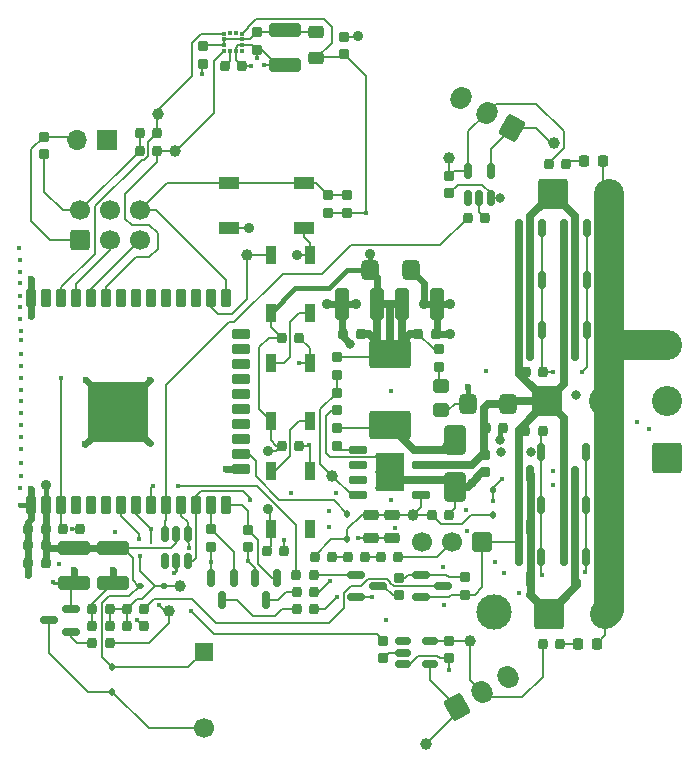
<source format=gbr>
%TF.GenerationSoftware,KiCad,Pcbnew,9.0.0-rc1*%
%TF.CreationDate,2025-03-26T15:14:04+01:00*%
%TF.ProjectId,Robobuoy-Sub-Round-v2_0,526f626f-6275-46f7-992d-5375622d526f,2.0*%
%TF.SameCoordinates,Original*%
%TF.FileFunction,Copper,L1,Top*%
%TF.FilePolarity,Positive*%
%FSLAX46Y46*%
G04 Gerber Fmt 4.6, Leading zero omitted, Abs format (unit mm)*
G04 Created by KiCad (PCBNEW 9.0.0-rc1) date 2025-03-26 15:14:04*
%MOMM*%
%LPD*%
G01*
G04 APERTURE LIST*
G04 Aperture macros list*
%AMRoundRect*
0 Rectangle with rounded corners*
0 $1 Rounding radius*
0 $2 $3 $4 $5 $6 $7 $8 $9 X,Y pos of 4 corners*
0 Add a 4 corners polygon primitive as box body*
4,1,4,$2,$3,$4,$5,$6,$7,$8,$9,$2,$3,0*
0 Add four circle primitives for the rounded corners*
1,1,$1+$1,$2,$3*
1,1,$1+$1,$4,$5*
1,1,$1+$1,$6,$7*
1,1,$1+$1,$8,$9*
0 Add four rect primitives between the rounded corners*
20,1,$1+$1,$2,$3,$4,$5,0*
20,1,$1+$1,$4,$5,$6,$7,0*
20,1,$1+$1,$6,$7,$8,$9,0*
20,1,$1+$1,$8,$9,$2,$3,0*%
%AMHorizOval*
0 Thick line with rounded ends*
0 $1 width*
0 $2 $3 position (X,Y) of the first rounded end (center of the circle)*
0 $4 $5 position (X,Y) of the second rounded end (center of the circle)*
0 Add line between two ends*
20,1,$1,$2,$3,$4,$5,0*
0 Add two circle primitives to create the rounded ends*
1,1,$1,$2,$3*
1,1,$1,$4,$5*%
G04 Aperture macros list end*
%TA.AperFunction,SMDPad,CuDef*%
%ADD10RoundRect,0.150000X-0.150000X0.587500X-0.150000X-0.587500X0.150000X-0.587500X0.150000X0.587500X0*%
%TD*%
%TA.AperFunction,SMDPad,CuDef*%
%ADD11C,1.000000*%
%TD*%
%TA.AperFunction,SMDPad,CuDef*%
%ADD12RoundRect,0.200000X-0.250000X0.200000X-0.250000X-0.200000X0.250000X-0.200000X0.250000X0.200000X0*%
%TD*%
%TA.AperFunction,SMDPad,CuDef*%
%ADD13RoundRect,0.200000X-0.200000X-0.250000X0.200000X-0.250000X0.200000X0.250000X-0.200000X0.250000X0*%
%TD*%
%TA.AperFunction,SMDPad,CuDef*%
%ADD14RoundRect,0.112500X0.112500X-0.187500X0.112500X0.187500X-0.112500X0.187500X-0.112500X-0.187500X0*%
%TD*%
%TA.AperFunction,SMDPad,CuDef*%
%ADD15RoundRect,0.112500X-0.187500X-0.112500X0.187500X-0.112500X0.187500X0.112500X-0.187500X0.112500X0*%
%TD*%
%TA.AperFunction,ComponentPad*%
%ADD16R,1.700000X1.700000*%
%TD*%
%TA.AperFunction,ComponentPad*%
%ADD17O,1.700000X1.700000*%
%TD*%
%TA.AperFunction,SMDPad,CuDef*%
%ADD18RoundRect,0.090000X0.360000X-0.660000X0.360000X0.660000X-0.360000X0.660000X-0.360000X-0.660000X0*%
%TD*%
%TA.AperFunction,ComponentPad*%
%ADD19RoundRect,0.249999X-1.025001X-1.025001X1.025001X-1.025001X1.025001X1.025001X-1.025001X1.025001X0*%
%TD*%
%TA.AperFunction,ComponentPad*%
%ADD20C,2.550000*%
%TD*%
%TA.AperFunction,SMDPad,CuDef*%
%ADD21RoundRect,0.250000X-1.100000X0.325000X-1.100000X-0.325000X1.100000X-0.325000X1.100000X0.325000X0*%
%TD*%
%TA.AperFunction,SMDPad,CuDef*%
%ADD22RoundRect,0.250000X-0.650000X1.000000X-0.650000X-1.000000X0.650000X-1.000000X0.650000X1.000000X0*%
%TD*%
%TA.AperFunction,SMDPad,CuDef*%
%ADD23RoundRect,0.200000X0.250000X-0.200000X0.250000X0.200000X-0.250000X0.200000X-0.250000X-0.200000X0*%
%TD*%
%TA.AperFunction,SMDPad,CuDef*%
%ADD24R,0.375000X0.350000*%
%TD*%
%TA.AperFunction,SMDPad,CuDef*%
%ADD25R,0.350000X0.375000*%
%TD*%
%TA.AperFunction,SMDPad,CuDef*%
%ADD26RoundRect,0.200000X0.200000X0.250000X-0.200000X0.250000X-0.200000X-0.250000X0.200000X-0.250000X0*%
%TD*%
%TA.AperFunction,SMDPad,CuDef*%
%ADD27RoundRect,0.150000X0.587500X0.150000X-0.587500X0.150000X-0.587500X-0.150000X0.587500X-0.150000X0*%
%TD*%
%TA.AperFunction,SMDPad,CuDef*%
%ADD28RoundRect,0.275000X0.375000X-0.275000X0.375000X0.275000X-0.375000X0.275000X-0.375000X-0.275000X0*%
%TD*%
%TA.AperFunction,SMDPad,CuDef*%
%ADD29RoundRect,0.300000X0.400000X-0.300000X0.400000X0.300000X-0.400000X0.300000X-0.400000X-0.300000X0*%
%TD*%
%TA.AperFunction,SMDPad,CuDef*%
%ADD30RoundRect,0.250000X-0.325000X-1.100000X0.325000X-1.100000X0.325000X1.100000X-0.325000X1.100000X0*%
%TD*%
%TA.AperFunction,SMDPad,CuDef*%
%ADD31RoundRect,0.225000X-0.425000X0.225000X-0.425000X-0.225000X0.425000X-0.225000X0.425000X0.225000X0*%
%TD*%
%TA.AperFunction,ComponentPad*%
%ADD32RoundRect,0.206250X0.618750X0.618750X-0.618750X0.618750X-0.618750X-0.618750X0.618750X-0.618750X0*%
%TD*%
%TA.AperFunction,ComponentPad*%
%ADD33C,1.700000*%
%TD*%
%TA.AperFunction,SMDPad,CuDef*%
%ADD34RoundRect,0.218750X0.218750X0.256250X-0.218750X0.256250X-0.218750X-0.256250X0.218750X-0.256250X0*%
%TD*%
%TA.AperFunction,ComponentPad*%
%ADD35R,1.650000X1.650000*%
%TD*%
%TA.AperFunction,SMDPad,CuDef*%
%ADD36RoundRect,0.230769X1.519231X-0.969231X1.519231X0.969231X-1.519231X0.969231X-1.519231X-0.969231X0*%
%TD*%
%TA.AperFunction,SMDPad,CuDef*%
%ADD37RoundRect,0.150000X0.150000X-0.512500X0.150000X0.512500X-0.150000X0.512500X-0.150000X-0.512500X0*%
%TD*%
%TA.AperFunction,SMDPad,CuDef*%
%ADD38RoundRect,0.112500X-0.112500X0.187500X-0.112500X-0.187500X0.112500X-0.187500X0.112500X0.187500X0*%
%TD*%
%TA.AperFunction,ComponentPad*%
%ADD39C,3.000000*%
%TD*%
%TA.AperFunction,ComponentPad*%
%ADD40RoundRect,0.249999X1.025001X-1.025001X1.025001X1.025001X-1.025001X1.025001X-1.025001X-1.025001X0*%
%TD*%
%TA.AperFunction,SMDPad,CuDef*%
%ADD41RoundRect,0.150000X-0.587500X-0.150000X0.587500X-0.150000X0.587500X0.150000X-0.587500X0.150000X0*%
%TD*%
%TA.AperFunction,SMDPad,CuDef*%
%ADD42RoundRect,0.225000X0.225000X-0.525000X0.225000X0.525000X-0.225000X0.525000X-0.225000X-0.525000X0*%
%TD*%
%TA.AperFunction,SMDPad,CuDef*%
%ADD43RoundRect,0.225000X0.525000X0.225000X-0.525000X0.225000X-0.525000X-0.225000X0.525000X-0.225000X0*%
%TD*%
%TA.AperFunction,SMDPad,CuDef*%
%ADD44RoundRect,0.250000X2.250000X-2.250000X2.250000X2.250000X-2.250000X2.250000X-2.250000X-2.250000X0*%
%TD*%
%TA.AperFunction,SMDPad,CuDef*%
%ADD45RoundRect,0.375000X-0.375000X-0.475000X0.375000X-0.475000X0.375000X0.475000X-0.375000X0.475000X0*%
%TD*%
%TA.AperFunction,SMDPad,CuDef*%
%ADD46RoundRect,0.150000X-0.512500X-0.150000X0.512500X-0.150000X0.512500X0.150000X-0.512500X0.150000X0*%
%TD*%
%TA.AperFunction,SMDPad,CuDef*%
%ADD47RoundRect,0.150000X-0.650000X-0.150000X0.650000X-0.150000X0.650000X0.150000X-0.650000X0.150000X0*%
%TD*%
%TA.AperFunction,HeatsinkPad*%
%ADD48C,0.500000*%
%TD*%
%TA.AperFunction,HeatsinkPad*%
%ADD49R,2.400000X3.200000*%
%TD*%
%TA.AperFunction,SMDPad,CuDef*%
%ADD50RoundRect,0.375000X0.375000X0.475000X-0.375000X0.475000X-0.375000X-0.475000X0.375000X-0.475000X0*%
%TD*%
%TA.AperFunction,ComponentPad*%
%ADD51RoundRect,0.250000X-0.157115X-0.927868X0.882115X-0.327868X0.157115X0.927868X-0.882115X0.327868X0*%
%TD*%
%TA.AperFunction,ComponentPad*%
%ADD52HorizOval,1.700000X-0.062500X0.108253X0.062500X-0.108253X0*%
%TD*%
%TA.AperFunction,SMDPad,CuDef*%
%ADD53RoundRect,0.250000X0.325000X1.100000X-0.325000X1.100000X-0.325000X-1.100000X0.325000X-1.100000X0*%
%TD*%
%TA.AperFunction,ComponentPad*%
%ADD54RoundRect,0.250000X0.882115X0.327868X-0.157115X0.927868X-0.882115X-0.327868X0.157115X-0.927868X0*%
%TD*%
%TA.AperFunction,ComponentPad*%
%ADD55HorizOval,1.700000X0.062500X0.108253X-0.062500X-0.108253X0*%
%TD*%
%TA.AperFunction,SMDPad,CuDef*%
%ADD56R,1.700000X1.000000*%
%TD*%
%TA.AperFunction,ComponentPad*%
%ADD57RoundRect,0.250000X0.600000X-0.600000X0.600000X0.600000X-0.600000X0.600000X-0.600000X-0.600000X0*%
%TD*%
%TA.AperFunction,ViaPad*%
%ADD58C,0.900000*%
%TD*%
%TA.AperFunction,ViaPad*%
%ADD59C,0.450000*%
%TD*%
%TA.AperFunction,ViaPad*%
%ADD60C,0.600000*%
%TD*%
%TA.AperFunction,ViaPad*%
%ADD61C,0.800000*%
%TD*%
%TA.AperFunction,Conductor*%
%ADD62C,0.700000*%
%TD*%
%TA.AperFunction,Conductor*%
%ADD63C,0.200000*%
%TD*%
%TA.AperFunction,Conductor*%
%ADD64C,0.600000*%
%TD*%
%TA.AperFunction,Conductor*%
%ADD65C,0.400000*%
%TD*%
%TA.AperFunction,Conductor*%
%ADD66C,2.500000*%
%TD*%
%TA.AperFunction,Conductor*%
%ADD67C,0.250000*%
%TD*%
G04 APERTURE END LIST*
D10*
%TO.P,Q402,1,G*%
%TO.N,Net-(Q402-G)*%
X22996273Y-8761636D03*
%TO.P,Q402,2,S*%
%TO.N,Vbatt*%
X21096273Y-8761636D03*
%TO.P,Q402,3,D*%
%TO.N,Net-(J402-Pin_1)*%
X22046273Y-10636636D03*
%TD*%
D11*
%TO.P,TP202,1,1*%
%TO.N,/CPU/Vsamp*%
X-11353800Y-15595600D03*
%TD*%
D12*
%TO.P,R211,1*%
%TO.N,+3.3V*%
X1905000Y3750000D03*
%TO.P,R211,2*%
%TO.N,Net-(U201-Vsens)*%
X1905000Y2250000D03*
%TD*%
D13*
%TO.P,R102,1*%
%TO.N,Net-(Q101-G)*%
X-18834800Y-20447000D03*
%TO.P,R102,2*%
%TO.N,BUZZER*%
X-17334800Y-20447000D03*
%TD*%
D14*
%TO.P,D203,1,K*%
%TO.N,Net-(D201-K)*%
X15113000Y-9635200D03*
%TO.P,D203,2,A*%
%TO.N,/CPU/COM*%
X15113000Y-7535200D03*
%TD*%
D15*
%TO.P,D202,1,K*%
%TO.N,+3.3V*%
X-14816800Y-15595600D03*
%TO.P,D202,2,A*%
%TO.N,/CPU/Vsamp*%
X-12716800Y-15595600D03*
%TD*%
D10*
%TO.P,Q404,1,G*%
%TO.N,Net-(Q402-G)*%
X19205916Y-13187035D03*
%TO.P,Q404,2,S*%
%TO.N,Vbatt*%
X17305916Y-13187035D03*
%TO.P,Q404,3,D*%
%TO.N,Net-(J402-Pin_1)*%
X18255916Y-15062035D03*
%TD*%
D16*
%TO.P,SW101,1,1*%
%TO.N,GND*%
X-17539000Y22172000D03*
D17*
%TO.P,SW101,2,2*%
%TO.N,EN*%
X-20079000Y22172000D03*
%TD*%
D10*
%TO.P,Q405,1,G*%
%TO.N,Net-(Q402-G)*%
X19205916Y-8742035D03*
%TO.P,Q405,2,S*%
%TO.N,Vbatt*%
X17305916Y-8742035D03*
%TO.P,Q405,3,D*%
%TO.N,Net-(J402-Pin_1)*%
X18255916Y-10617035D03*
%TD*%
D18*
%TO.P,D102,1,VDD*%
%TO.N,+3.3V*%
X-3700000Y-1614000D03*
%TO.P,D102,2,DOUT*%
%TO.N,Net-(D102-DOUT)*%
X-400000Y-1614000D03*
%TO.P,D102,3,VSS*%
%TO.N,GND*%
X-400000Y3286000D03*
%TO.P,D102,4,DIN*%
%TO.N,Net-(D101-DOUT)*%
X-3700000Y3286000D03*
%TD*%
%TO.P,D103,1,VDD*%
%TO.N,+3.3V*%
X-3700000Y-10758000D03*
%TO.P,D103,2,DOUT*%
%TO.N,unconnected-(D103-DOUT-Pad2)*%
X-400000Y-10758000D03*
%TO.P,D103,3,VSS*%
%TO.N,GND*%
X-400000Y-5858000D03*
%TO.P,D103,4,DIN*%
%TO.N,Net-(D102-DOUT)*%
X-3700000Y-5858000D03*
%TD*%
D19*
%TO.P,J402,1,Pin_1*%
%TO.N,Net-(J402-Pin_1)*%
X19825000Y-17960000D03*
D20*
%TO.P,J402,2,Pin_2*%
%TO.N,GND*%
X24625000Y-17960000D03*
%TD*%
D13*
%TO.P,R404,1*%
%TO.N,Vbatt*%
X17843516Y-2516735D03*
%TO.P,R404,2*%
%TO.N,Net-(Q402-G)*%
X19343516Y-2516735D03*
%TD*%
D21*
%TO.P,C114,1*%
%TO.N,Net-(U102-CS_MAG)*%
X-2463800Y31472400D03*
%TO.P,C114,2*%
%TO.N,GND*%
X-2463800Y28522400D03*
%TD*%
D22*
%TO.P,D204,1,K*%
%TO.N,Net-(D204-K)*%
X11920000Y-3260000D03*
%TO.P,D204,2,A*%
%TO.N,GND*%
X11920000Y-7260000D03*
%TD*%
D23*
%TO.P,R213,1*%
%TO.N,Net-(D205-A)*%
X10515600Y2907600D03*
%TO.P,R213,2*%
%TO.N,+3.3V*%
X10515600Y4407600D03*
%TD*%
D12*
%TO.P,C113,1*%
%TO.N,Net-(U102-CS_MAG)*%
X-9474200Y30112400D03*
%TO.P,C113,2*%
%TO.N,GND*%
X-9474200Y28612400D03*
%TD*%
%TO.P,C401,1*%
%TO.N,Net-(J401-Pin_2)*%
X11412000Y-20258000D03*
%TO.P,C401,2*%
%TO.N,GND*%
X11412000Y-21758000D03*
%TD*%
D13*
%TO.P,R209,1*%
%TO.N,Net-(D201-K)*%
X-6000Y-13134000D03*
%TO.P,R209,2*%
%TO.N,Net-(R207-Pad2)*%
X1494000Y-13134000D03*
%TD*%
D24*
%TO.P,U102,1,SCL/SPC*%
%TO.N,Net-(U101-SCL{slash}GPIO22)*%
X-7675300Y31154300D03*
%TO.P,U102,2,CS_XL*%
%TO.N,Net-(U102-CS_MAG)*%
X-7675300Y30654300D03*
%TO.P,U102,3,CS_MAG*%
X-7675300Y30154300D03*
%TO.P,U102,4,SDA/SDI/SDO*%
%TO.N,Net-(U101-SDA{slash}GPIO21)*%
X-7675300Y29654300D03*
D25*
%TO.P,U102,5,C1*%
%TO.N,Net-(U102-C1)*%
X-7162800Y29641800D03*
%TO.P,U102,6,GND*%
%TO.N,GND*%
X-6662800Y29641800D03*
D24*
%TO.P,U102,7,INT_MAG*%
%TO.N,unconnected-(U102-INT_MAG-Pad7)*%
X-6150300Y29654300D03*
%TO.P,U102,8,GND*%
%TO.N,GND*%
X-6150300Y30154300D03*
%TO.P,U102,9,VDD*%
%TO.N,Net-(U102-CS_MAG)*%
X-6150300Y30654300D03*
%TO.P,U102,10,VDDIO*%
%TO.N,+3.3V*%
X-6150300Y31154300D03*
D25*
%TO.P,U102,11,DRDY_MAG*%
%TO.N,unconnected-(U102-DRDY_MAG-Pad11)*%
X-6662800Y31166800D03*
%TO.P,U102,12,INT_XL*%
%TO.N,unconnected-(U102-INT_XL-Pad12)*%
X-7162800Y31166800D03*
%TD*%
D26*
%TO.P,R205,1*%
%TO.N,Net-(R205-Pad1)*%
X7082000Y-13134000D03*
%TO.P,R205,2*%
%TO.N,Net-(R205-Pad2)*%
X5582000Y-13134000D03*
%TD*%
%TO.P,R206,1*%
%TO.N,Net-(Q202-D)*%
X-14413800Y-17551400D03*
%TO.P,R206,2*%
%TO.N,/CPU/Vsamp*%
X-15913800Y-17551400D03*
%TD*%
D23*
%TO.P,C110,1*%
%TO.N,+3.3V*%
X2514600Y29399800D03*
%TO.P,C110,2*%
%TO.N,GND*%
X2514600Y30899800D03*
%TD*%
D27*
%TO.P,Q101,1,G*%
%TO.N,Net-(Q101-G)*%
X-20652500Y-19480700D03*
%TO.P,Q101,2,S*%
%TO.N,GND*%
X-20652500Y-17580700D03*
%TO.P,Q101,3,D*%
%TO.N,Net-(BZ101--)*%
X-22527500Y-18530700D03*
%TD*%
D28*
%TO.P,FB101,1*%
%TO.N,+3.3V*%
X152400Y29075200D03*
%TO.P,FB101,2*%
%TO.N,Net-(U102-CS_MAG)*%
X152400Y31275200D03*
%TD*%
D12*
%TO.P,R301,1*%
%TO.N,/CPU/ESC_PWR_SB*%
X-5606000Y-10860000D03*
%TO.P,R301,2*%
%TO.N,GND*%
X-5606000Y-12360000D03*
%TD*%
D13*
%TO.P,C108,1*%
%TO.N,+3.3V*%
X-4070000Y-12626000D03*
%TO.P,C108,2*%
%TO.N,GND*%
X-2570000Y-12626000D03*
%TD*%
D26*
%TO.P,C103,1*%
%TO.N,+3.3V*%
X-22745000Y-12118000D03*
%TO.P,C103,2*%
%TO.N,GND*%
X-24245000Y-12118000D03*
%TD*%
D29*
%TO.P,D205,1,K*%
%TO.N,GND*%
X10718800Y-704600D03*
%TO.P,D205,2,A*%
%TO.N,Net-(D205-A)*%
X10718800Y1295400D03*
%TD*%
D21*
%TO.P,C105,1*%
%TO.N,+3.3V*%
X-20338000Y-12421000D03*
%TO.P,C105,2*%
%TO.N,GND*%
X-20338000Y-15371000D03*
%TD*%
D30*
%TO.P,C209,1*%
%TO.N,+3.3V*%
X7415000Y8255000D03*
%TO.P,C209,2*%
%TO.N,GND*%
X10365000Y8255000D03*
%TD*%
D13*
%TO.P,C101,1*%
%TO.N,EN*%
X-21342000Y-10795000D03*
%TO.P,C101,2*%
%TO.N,GND*%
X-19842000Y-10795000D03*
%TD*%
D23*
%TO.P,R105,1*%
%TO.N,+3.3V*%
X2755900Y15976600D03*
%TO.P,R105,2*%
%TO.N,DR0*%
X2755900Y17476600D03*
%TD*%
D31*
%TO.P,C206,1*%
%TO.N,Net-(D201-K)*%
X6586000Y-9594000D03*
%TO.P,C206,2*%
%TO.N,GND*%
X6586000Y-11594000D03*
%TD*%
D11*
%TO.P,TP204,1,1*%
%TO.N,Net-(U201-Vsens)*%
X1506000Y-6276000D03*
%TD*%
D26*
%TO.P,C102,1*%
%TO.N,+3.3V*%
X-22745000Y-10795000D03*
%TO.P,C102,2*%
%TO.N,GND*%
X-24245000Y-10795000D03*
%TD*%
D18*
%TO.P,D101,1,VDD*%
%TO.N,+3.3V*%
X-3700000Y7530000D03*
%TO.P,D101,2,DOUT*%
%TO.N,Net-(D101-DOUT)*%
X-400000Y7530000D03*
%TO.P,D101,3,VSS*%
%TO.N,GND*%
X-400000Y12430000D03*
%TO.P,D101,4,DIN*%
%TO.N,LEDS*%
X-3700000Y12430000D03*
%TD*%
D32*
%TO.P,SW201,1*%
%TO.N,Vbatt*%
X14206000Y-11864000D03*
D33*
%TO.P,SW201,2*%
%TO.N,Net-(R205-Pad1)*%
X11666000Y-11864000D03*
%TO.P,SW201,3*%
%TO.N,unconnected-(SW201-Pad3)*%
X9126000Y-11864000D03*
%TD*%
D11*
%TO.P,TP201,1,1*%
%TO.N,Net-(D201-K)*%
X8364000Y-9578000D03*
%TD*%
D10*
%TO.P,Q407,1,G*%
%TO.N,Net-(Q402-G)*%
X22996273Y-13206636D03*
%TO.P,Q407,2,S*%
%TO.N,Vbatt*%
X21096273Y-13206636D03*
%TO.P,Q407,3,D*%
%TO.N,Net-(J402-Pin_1)*%
X22046273Y-15081636D03*
%TD*%
D12*
%TO.P,R212,1*%
%TO.N,Net-(U201-Vsens)*%
X1905000Y750000D03*
%TO.P,R212,2*%
%TO.N,GND*%
X1905000Y-750000D03*
%TD*%
D34*
%TO.P,D401,1,K*%
%TO.N,GND*%
X23883500Y-20500000D03*
%TO.P,D401,2,A*%
%TO.N,Net-(D401-A)*%
X22308500Y-20500000D03*
%TD*%
D10*
%TO.P,Q401,1,G*%
%TO.N,/CPU/ESC_PWR_BB*%
X-6847800Y-14937500D03*
%TO.P,Q401,2,S*%
%TO.N,GND*%
X-8747800Y-14937500D03*
%TO.P,Q401,3,D*%
%TO.N,Net-(Q401-D)*%
X-7797800Y-16812500D03*
%TD*%
D12*
%TO.P,C202,1*%
%TO.N,Vbatt*%
X14460000Y-4510000D03*
%TO.P,C202,2*%
%TO.N,GND*%
X14460000Y-6010000D03*
%TD*%
D13*
%TO.P,C116,1*%
%TO.N,Net-(U102-C1)*%
X-7608000Y28397200D03*
%TO.P,C116,2*%
%TO.N,GND*%
X-6108000Y28397200D03*
%TD*%
D23*
%TO.P,R101,1*%
%TO.N,+3.3V*%
X-22878000Y20914000D03*
%TO.P,R101,2*%
%TO.N,EN*%
X-22878000Y22414000D03*
%TD*%
D35*
%TO.P,BZ101,1,+*%
%TO.N,+3.3V*%
X-9372600Y-21184800D03*
D33*
%TO.P,BZ101,2,-*%
%TO.N,Net-(BZ101--)*%
X-9372600Y-27684800D03*
%TD*%
D13*
%TO.P,C203,1*%
%TO.N,Vbatt*%
X14472000Y-2212000D03*
%TO.P,C203,2*%
%TO.N,GND*%
X15972000Y-2212000D03*
%TD*%
D36*
%TO.P,L201,1*%
%TO.N,Net-(D204-K)*%
X6350000Y-2000000D03*
%TO.P,L201,2*%
%TO.N,+3.3V*%
X6350000Y4000000D03*
%TD*%
D11*
%TO.P,TP301,1,1*%
%TO.N,Net-(J301-Pin_2)*%
X11412000Y20648000D03*
%TD*%
D13*
%TO.P,R303,1*%
%TO.N,Net-(Q301-D)*%
X-1512000Y-16129000D03*
%TO.P,R303,2*%
%TO.N,Net-(Q302-G)*%
X-12000Y-16129000D03*
%TD*%
D26*
%TO.P,R207,1*%
%TO.N,Net-(R205-Pad2)*%
X4288000Y-13134000D03*
%TO.P,R207,2*%
%TO.N,Net-(R207-Pad2)*%
X2788000Y-13134000D03*
%TD*%
D19*
%TO.P,J201,1,Pin_1*%
%TO.N,Vbatt*%
X19685000Y0D03*
D20*
%TO.P,J201,2,Pin_2*%
%TO.N,GND*%
X24485000Y0D03*
%TD*%
D37*
%TO.P,U103,1,I/O1*%
%TO.N,unconnected-(U103-I{slash}O1-Pad1)*%
X-12652000Y-13509500D03*
%TO.P,U103,2,GND*%
%TO.N,GND*%
X-11702000Y-13509500D03*
%TO.P,U103,3,I/O2*%
%TO.N,/CPU/COM*%
X-10752000Y-13509500D03*
%TO.P,U103,4,I/O3*%
%TO.N,/CPU/ESC_BB*%
X-10752000Y-11234500D03*
%TO.P,U103,5,VBUS*%
%TO.N,+3.3V*%
X-11702000Y-11234500D03*
%TO.P,U103,6,I/O4*%
%TO.N,/CPU/ESC_SB*%
X-12652000Y-11234500D03*
%TD*%
D10*
%TO.P,Q304,1,G*%
%TO.N,Net-(Q302-G)*%
X19220000Y10282500D03*
%TO.P,Q304,2,S*%
%TO.N,Vbatt*%
X17320000Y10282500D03*
%TO.P,Q304,3,D*%
%TO.N,Net-(J302-Pin_1)*%
X18270000Y8407500D03*
%TD*%
D13*
%TO.P,R104,1*%
%TO.N,+3.3V*%
X-14821600Y22758400D03*
%TO.P,R104,2*%
%TO.N,Net-(U101-SCL{slash}GPIO22)*%
X-13321600Y22758400D03*
%TD*%
%TO.P,C107,1*%
%TO.N,+3.3V*%
X-2800000Y-3736000D03*
%TO.P,C107,2*%
%TO.N,GND*%
X-1300000Y-3736000D03*
%TD*%
D21*
%TO.P,C106,1*%
%TO.N,+3.3V*%
X-17036000Y-12421000D03*
%TO.P,C106,2*%
%TO.N,GND*%
X-17036000Y-15371000D03*
%TD*%
D38*
%TO.P,D104,1,K*%
%TO.N,+3.3V*%
X-17145000Y-22495800D03*
%TO.P,D104,2,A*%
%TO.N,Net-(BZ101--)*%
X-17145000Y-24595800D03*
%TD*%
D13*
%TO.P,C111,1*%
%TO.N,+3.3V*%
X8775000Y5715000D03*
%TO.P,C111,2*%
%TO.N,GND*%
X10275000Y5715000D03*
%TD*%
D39*
%TO.P,TP203,1,1*%
%TO.N,GND*%
X15214600Y-17830800D03*
%TD*%
D12*
%TO.P,C207,1*%
%TO.N,Net-(D204-K)*%
X1905000Y-2250000D03*
%TO.P,C207,2*%
%TO.N,Net-(U201-BOOT)*%
X1905000Y-3750000D03*
%TD*%
D26*
%TO.P,R405,1*%
%TO.N,Net-(D401-A)*%
X20798000Y-20500000D03*
%TO.P,R405,2*%
%TO.N,Net-(J401-Pin_2)*%
X19298000Y-20500000D03*
%TD*%
D40*
%TO.P,J202,1,Pin_1*%
%TO.N,Vbatt*%
X29845000Y-4800000D03*
D20*
%TO.P,J202,2,Pin_2*%
%TO.N,/CPU/COM*%
X29845000Y0D03*
%TO.P,J202,3,Pin_3*%
%TO.N,GND*%
X29845000Y4800000D03*
%TD*%
D10*
%TO.P,Q406,1,G*%
%TO.N,Net-(Q402-G)*%
X19205916Y-4297035D03*
%TO.P,Q406,2,S*%
%TO.N,Vbatt*%
X17305916Y-4297035D03*
%TO.P,Q406,3,D*%
%TO.N,Net-(J402-Pin_1)*%
X18255916Y-6172035D03*
%TD*%
%TO.P,Q403,1,G*%
%TO.N,Net-(Q402-G)*%
X22996273Y-4316636D03*
%TO.P,Q403,2,S*%
%TO.N,Vbatt*%
X21096273Y-4316636D03*
%TO.P,Q403,3,D*%
%TO.N,Net-(J402-Pin_1)*%
X22046273Y-6191636D03*
%TD*%
%TO.P,Q306,1,G*%
%TO.N,Net-(Q302-G)*%
X19220000Y6091500D03*
%TO.P,Q306,2,S*%
%TO.N,Vbatt*%
X17320000Y6091500D03*
%TO.P,Q306,3,D*%
%TO.N,Net-(J302-Pin_1)*%
X18270000Y4216500D03*
%TD*%
D41*
%TO.P,Q202,1,G*%
%TO.N,Net-(Q202-G)*%
X8968500Y-14682300D03*
%TO.P,Q202,2,S*%
%TO.N,Vbatt*%
X8968500Y-16582300D03*
%TO.P,Q202,3,D*%
%TO.N,Net-(Q202-D)*%
X10843500Y-15632300D03*
%TD*%
D42*
%TO.P,U101,1,GND*%
%TO.N,GND*%
X-24005000Y-8750000D03*
%TO.P,U101,2,VDD*%
%TO.N,+3.3V*%
X-22735000Y-8750000D03*
%TO.P,U101,3,CHIP_PU/EN*%
%TO.N,EN*%
X-21465000Y-8750000D03*
%TO.P,U101,4,GPIO36*%
%TO.N,unconnected-(U101-GPIO36-Pad4)*%
X-20195000Y-8750000D03*
%TO.P,U101,5,GPIO39*%
%TO.N,unconnected-(U101-GPIO39-Pad5)*%
X-18925000Y-8750000D03*
%TO.P,U101,6,GPIO34*%
%TO.N,unconnected-(U101-GPIO34-Pad6)*%
X-17655000Y-8750000D03*
%TO.P,U101,7,GPIO35*%
%TO.N,/CPU/Vsamp*%
X-16385000Y-8750000D03*
%TO.P,U101,8,GPIO32*%
%TO.N,BUZZER*%
X-15115000Y-8750000D03*
%TO.P,U101,9,GPIO33*%
%TO.N,/CPU/VbatEn*%
X-13845000Y-8750000D03*
%TO.P,U101,10,GPIO25*%
%TO.N,/CPU/ESC_SB*%
X-12575000Y-8750000D03*
%TO.P,U101,11,GPIO26*%
%TO.N,/CPU/ESC_BB*%
X-11305000Y-8750000D03*
%TO.P,U101,12,GPIO27*%
%TO.N,/CPU/COM*%
X-10035000Y-8750000D03*
%TO.P,U101,13,MTMS/SCK/CLK/GPIO14*%
%TO.N,/CPU/ESC_PWR_BB*%
X-8765000Y-8750000D03*
%TO.P,U101,14,MTDI/MISO/D2/GPIO12*%
%TO.N,/CPU/ESC_PWR_SB*%
X-7495000Y-8750000D03*
D43*
%TO.P,U101,15,GND*%
%TO.N,GND*%
X-6245000Y-5715000D03*
%TO.P,U101,16,MTCK/MOSI/D3/GPIO13*%
%TO.N,/CPU/PwrEn*%
X-6245000Y-4445000D03*
%TO.P,U101,17,NC*%
%TO.N,unconnected-(U101-NC-Pad17)*%
X-6245000Y-3175000D03*
%TO.P,U101,18,NC*%
%TO.N,unconnected-(U101-NC-Pad18)*%
X-6245000Y-1905000D03*
%TO.P,U101,19,NC*%
%TO.N,unconnected-(U101-NC-Pad19)*%
X-6245000Y-635000D03*
%TO.P,U101,20,NC*%
%TO.N,unconnected-(U101-NC-Pad20)*%
X-6245000Y635000D03*
%TO.P,U101,21,NC*%
%TO.N,unconnected-(U101-NC-Pad21)*%
X-6245000Y1905000D03*
%TO.P,U101,22,NC*%
%TO.N,unconnected-(U101-NC-Pad22)*%
X-6245000Y3175000D03*
%TO.P,U101,23,MTDO/CS/CMD/GPIO15*%
%TO.N,unconnected-(U101-MTDO{slash}CS{slash}CMD{slash}GPIO15-Pad23)*%
X-6245000Y4445000D03*
%TO.P,U101,24,D0/GPIO2*%
%TO.N,unconnected-(U101-D0{slash}GPIO2-Pad24)*%
X-6245000Y5715000D03*
D42*
%TO.P,U101,25,BOOT/GPIO0*%
%TO.N,DR0*%
X-7495000Y8750000D03*
%TO.P,U101,26,D1/GPIO4*%
%TO.N,LEDS*%
X-8765000Y8750000D03*
%TO.P,U101,27,RXD/GPIO16*%
%TO.N,unconnected-(U101-RXD{slash}GPIO16-Pad27)*%
X-10035000Y8750000D03*
%TO.P,U101,28,TXD/GPIO17*%
%TO.N,unconnected-(U101-TXD{slash}GPIO17-Pad28)*%
X-11305000Y8750000D03*
%TO.P,U101,29,CS/GPIO5*%
%TO.N,unconnected-(U101-CS{slash}GPIO5-Pad29)*%
X-12575000Y8750000D03*
%TO.P,U101,30,SCK/GPIO18*%
%TO.N,unconnected-(U101-SCK{slash}GPIO18-Pad30)*%
X-13845000Y8750000D03*
%TO.P,U101,31,MISO/GPIO19*%
%TO.N,unconnected-(U101-MISO{slash}GPIO19-Pad31)*%
X-15115000Y8750000D03*
%TO.P,U101,32,NC*%
%TO.N,unconnected-(U101-NC-Pad32)*%
X-16385000Y8750000D03*
%TO.P,U101,33,SDA/GPIO21*%
%TO.N,Net-(U101-SDA{slash}GPIO21)*%
X-17655000Y8750000D03*
%TO.P,U101,34,RXD/GPIO3*%
%TO.N,RX*%
X-18925000Y8750000D03*
%TO.P,U101,35,TXD/GPIO1*%
%TO.N,TX*%
X-20195000Y8750000D03*
%TO.P,U101,36,SCL/GPIO22*%
%TO.N,Net-(U101-SCL{slash}GPIO22)*%
X-21465000Y8750000D03*
%TO.P,U101,37,MOSI/GPIO23*%
%TO.N,unconnected-(U101-MOSI{slash}GPIO23-Pad37)*%
X-22735000Y8750000D03*
%TO.P,U101,38,GND*%
%TO.N,GND*%
X-24005000Y8750000D03*
D44*
%TO.P,U101,39,GND*%
X-16660000Y-860000D03*
%TD*%
D26*
%TO.P,R305,1*%
%TO.N,Net-(D301-A)*%
X21306000Y20140000D03*
%TO.P,R305,2*%
%TO.N,Net-(J301-Pin_2)*%
X19806000Y20140000D03*
%TD*%
D10*
%TO.P,Q305,1,G*%
%TO.N,Net-(Q302-G)*%
X23030000Y6091500D03*
%TO.P,Q305,2,S*%
%TO.N,Vbatt*%
X21130000Y6091500D03*
%TO.P,Q305,3,D*%
%TO.N,Net-(J302-Pin_1)*%
X22080000Y4216500D03*
%TD*%
%TO.P,Q301,1,G*%
%TO.N,/CPU/ESC_PWR_SB*%
X-3164800Y-14962900D03*
%TO.P,Q301,2,S*%
%TO.N,GND*%
X-5064800Y-14962900D03*
%TO.P,Q301,3,D*%
%TO.N,Net-(Q301-D)*%
X-4114800Y-16837900D03*
%TD*%
D11*
%TO.P,TP102,1,1*%
%TO.N,BUZZER*%
X-12293600Y-17780000D03*
%TD*%
%TO.P,TP101,1,1*%
%TO.N,LEDS*%
X-5715000Y12420600D03*
%TD*%
D26*
%TO.P,R208,1*%
%TO.N,/CPU/Vsamp*%
X-17309400Y-18973800D03*
%TO.P,R208,2*%
%TO.N,GND*%
X-18809400Y-18973800D03*
%TD*%
D23*
%TO.P,C115,1*%
%TO.N,GND*%
X-4876800Y29755400D03*
%TO.P,C115,2*%
%TO.N,Net-(U102-CS_MAG)*%
X-4876800Y31255400D03*
%TD*%
D34*
%TO.P,D301,1,K*%
%TO.N,GND*%
X24391500Y20394000D03*
%TO.P,D301,2,A*%
%TO.N,Net-(D301-A)*%
X22816500Y20394000D03*
%TD*%
D10*
%TO.P,Q307,1,G*%
%TO.N,Net-(Q302-G)*%
X23030000Y14727500D03*
%TO.P,Q307,2,S*%
%TO.N,Vbatt*%
X21130000Y14727500D03*
%TO.P,Q307,3,D*%
%TO.N,Net-(J302-Pin_1)*%
X22080000Y12852500D03*
%TD*%
D13*
%TO.P,R103,1*%
%TO.N,+3.3V*%
X-14821600Y21234400D03*
%TO.P,R103,2*%
%TO.N,Net-(U101-SDA{slash}GPIO21)*%
X-13321600Y21234400D03*
%TD*%
D23*
%TO.P,R203,1*%
%TO.N,Net-(Q201-D)*%
X7162800Y-16421800D03*
%TO.P,R203,2*%
%TO.N,Net-(Q202-G)*%
X7162800Y-14921800D03*
%TD*%
D10*
%TO.P,Q302,1,G*%
%TO.N,Net-(Q302-G)*%
X23030000Y10282500D03*
%TO.P,Q302,2,S*%
%TO.N,Vbatt*%
X21130000Y10282500D03*
%TO.P,Q302,3,D*%
%TO.N,Net-(J302-Pin_1)*%
X22080000Y8407500D03*
%TD*%
D13*
%TO.P,C204,1*%
%TO.N,/CPU/Vsamp*%
X-15900400Y-18976000D03*
%TO.P,C204,2*%
%TO.N,GND*%
X-14400400Y-18976000D03*
%TD*%
D45*
%TO.P,C211,1*%
%TO.N,+3.3V*%
X4726200Y11125200D03*
%TO.P,C211,2*%
%TO.N,GND*%
X8126200Y11125200D03*
%TD*%
D11*
%TO.P,TP104,1,1*%
%TO.N,Net-(U101-SCL{slash}GPIO22)*%
X-13258800Y24358600D03*
%TD*%
D13*
%TO.P,R304,1*%
%TO.N,Vbatt*%
X17875600Y2512400D03*
%TO.P,R304,2*%
%TO.N,Net-(Q302-G)*%
X19375600Y2512400D03*
%TD*%
D41*
%TO.P,Q201,1,G*%
%TO.N,Net-(Q201-G)*%
X3507500Y-14656900D03*
%TO.P,Q201,2,S*%
%TO.N,GND*%
X3507500Y-16556900D03*
%TO.P,Q201,3,D*%
%TO.N,Net-(Q201-D)*%
X5382500Y-15606900D03*
%TD*%
D11*
%TO.P,TP401,1,1*%
%TO.N,Net-(J401-Pin_2)*%
X13190000Y-20246000D03*
%TD*%
D10*
%TO.P,Q303,1,G*%
%TO.N,Net-(Q302-G)*%
X19220000Y14727500D03*
%TO.P,Q303,2,S*%
%TO.N,Vbatt*%
X17320000Y14727500D03*
%TO.P,Q303,3,D*%
%TO.N,Net-(J302-Pin_1)*%
X18270000Y12852500D03*
%TD*%
D13*
%TO.P,C109,1*%
%TO.N,+3.3V*%
X-2800000Y5408000D03*
%TO.P,C109,2*%
%TO.N,GND*%
X-1300000Y5408000D03*
%TD*%
%TO.P,R210,1*%
%TO.N,Net-(D201-K)*%
X9900000Y-9578000D03*
%TO.P,R210,2*%
%TO.N,GND*%
X11400000Y-9578000D03*
%TD*%
D23*
%TO.P,R402,1*%
%TO.N,Net-(U401-A)*%
X5824000Y-21758000D03*
%TO.P,R402,2*%
%TO.N,/CPU/ESC_BB*%
X5824000Y-20258000D03*
%TD*%
D26*
%TO.P,C104,1*%
%TO.N,+3.3V*%
X-22745000Y-13642000D03*
%TO.P,C104,2*%
%TO.N,GND*%
X-24245000Y-13642000D03*
%TD*%
D37*
%TO.P,U301,1,NC*%
%TO.N,unconnected-(U301-NC-Pad1)*%
X13002000Y17224500D03*
%TO.P,U301,2,A*%
%TO.N,Net-(U301-A)*%
X13952000Y17224500D03*
%TO.P,U301,3,GND*%
%TO.N,GND*%
X14902000Y17224500D03*
%TO.P,U301,4,Y*%
%TO.N,Net-(J301-Pin_1)*%
X14902000Y19499500D03*
%TO.P,U301,5,VCC*%
%TO.N,Net-(J301-Pin_2)*%
X13002000Y19499500D03*
%TD*%
D11*
%TO.P,TP402,1,1*%
%TO.N,Net-(J401-Pin_1)*%
X9430800Y-28983600D03*
%TD*%
D46*
%TO.P,U401,1,NC*%
%TO.N,unconnected-(U401-NC-Pad1)*%
X7480500Y-20312000D03*
%TO.P,U401,2,A*%
%TO.N,Net-(U401-A)*%
X7480500Y-21262000D03*
%TO.P,U401,3,GND*%
%TO.N,GND*%
X7480500Y-22212000D03*
%TO.P,U401,4,Y*%
%TO.N,Net-(J401-Pin_1)*%
X9755500Y-22212000D03*
%TO.P,U401,5,VCC*%
%TO.N,Net-(J401-Pin_2)*%
X9755500Y-20312000D03*
%TD*%
D14*
%TO.P,D201,1,K*%
%TO.N,Net-(D201-K)*%
X2776000Y-11644000D03*
%TO.P,D201,2,A*%
%TO.N,/CPU/PwrEn*%
X2776000Y-9544000D03*
%TD*%
D12*
%TO.P,R202,1*%
%TO.N,Net-(Q202-G)*%
X12700000Y-14871000D03*
%TO.P,R202,2*%
%TO.N,Vbatt*%
X12700000Y-16371000D03*
%TD*%
D26*
%TO.P,R204,1*%
%TO.N,/CPU/Vsamp*%
X-17334800Y-17551400D03*
%TO.P,R204,2*%
%TO.N,GND*%
X-18834800Y-17551400D03*
%TD*%
D47*
%TO.P,U201,1,BOOT*%
%TO.N,Net-(U201-BOOT)*%
X3700000Y-4095000D03*
%TO.P,U201,2,NC*%
%TO.N,unconnected-(U201-NC-Pad2)*%
X3700000Y-5365000D03*
%TO.P,U201,3,NC*%
%TO.N,unconnected-(U201-NC-Pad3)*%
X3700000Y-6635000D03*
%TO.P,U201,4,Vsens*%
%TO.N,Net-(U201-Vsens)*%
X3700000Y-7905000D03*
%TO.P,U201,5,ENA*%
%TO.N,Net-(D201-K)*%
X9000000Y-7905000D03*
%TO.P,U201,6,GND*%
%TO.N,GND*%
X9000000Y-6635000D03*
%TO.P,U201,7,Vin*%
%TO.N,Vbatt*%
X9000000Y-5365000D03*
%TO.P,U201,8,PH*%
%TO.N,Net-(D204-K)*%
X9000000Y-4095000D03*
D48*
%TO.P,U201,9,PAD*%
%TO.N,GND*%
X5400000Y-4650000D03*
X5400000Y-6000000D03*
X5400000Y-7350000D03*
D49*
X6350000Y-6000000D03*
D48*
X7300000Y-4650000D03*
X7300000Y-6000000D03*
X7300000Y-7350000D03*
%TD*%
D11*
%TO.P,TP302,1,1*%
%TO.N,Net-(J301-Pin_1)*%
X20302000Y21918000D03*
%TD*%
D50*
%TO.P,C201,1*%
%TO.N,Vbatt*%
X16414000Y-180000D03*
%TO.P,C201,2*%
%TO.N,GND*%
X13014000Y-180000D03*
%TD*%
D13*
%TO.P,R403,1*%
%TO.N,Net-(Q401-D)*%
X-1512000Y-17576800D03*
%TO.P,R403,2*%
%TO.N,Net-(Q402-G)*%
X-12000Y-17576800D03*
%TD*%
D31*
%TO.P,C205,1*%
%TO.N,Net-(D201-K)*%
X4808000Y-9594000D03*
%TO.P,C205,2*%
%TO.N,GND*%
X4808000Y-11594000D03*
%TD*%
D26*
%TO.P,R302,1*%
%TO.N,Net-(U301-A)*%
X14448000Y15568000D03*
%TO.P,R302,2*%
%TO.N,/CPU/ESC_SB*%
X12948000Y15568000D03*
%TD*%
D12*
%TO.P,C301,1*%
%TO.N,Net-(J301-Pin_2)*%
X11412000Y19112000D03*
%TO.P,C301,2*%
%TO.N,GND*%
X11412000Y17612000D03*
%TD*%
D19*
%TO.P,J302,1,Pin_1*%
%TO.N,Net-(J302-Pin_1)*%
X20170000Y17600000D03*
D20*
%TO.P,J302,2,Pin_2*%
%TO.N,GND*%
X24970001Y17600000D03*
%TD*%
D51*
%TO.P,J401,1,Pin_1*%
%TO.N,Net-(J401-Pin_1)*%
X12032437Y-25867337D03*
D52*
%TO.P,J401,2,Pin_2*%
%TO.N,Net-(J401-Pin_2)*%
X14197501Y-24617337D03*
%TO.P,J401,3,Pin_3*%
%TO.N,GND*%
X16362564Y-23367337D03*
%TD*%
D12*
%TO.P,C112,1*%
%TO.N,DR0*%
X1104900Y17476600D03*
%TO.P,C112,2*%
%TO.N,+3.3V*%
X1104900Y15976600D03*
%TD*%
D53*
%TO.P,C208,1*%
%TO.N,+3.3V*%
X5285000Y8255000D03*
%TO.P,C208,2*%
%TO.N,GND*%
X2335000Y8255000D03*
%TD*%
D26*
%TO.P,R201,1*%
%TO.N,Net-(Q201-G)*%
X-37400Y-14706600D03*
%TO.P,R201,2*%
%TO.N,/CPU/VbatEn*%
X-1537400Y-14706600D03*
%TD*%
D54*
%TO.P,J301,1,Pin_1*%
%TO.N,Net-(J301-Pin_1)*%
X16746000Y23188000D03*
D55*
%TO.P,J301,2,Pin_2*%
%TO.N,Net-(J301-Pin_2)*%
X14580936Y24438000D03*
%TO.P,J301,3,Pin_3*%
%TO.N,GND*%
X12415873Y25688000D03*
%TD*%
D56*
%TO.P,SW102,1,1*%
%TO.N,GND*%
X-932000Y14684000D03*
X-7232000Y14684000D03*
%TO.P,SW102,2,2*%
%TO.N,DR0*%
X-932000Y18484000D03*
X-7232000Y18484000D03*
%TD*%
D57*
%TO.P,J101,1,Pin_1*%
%TO.N,EN*%
X-19835000Y13672500D03*
D33*
%TO.P,J101,2,Pin_2*%
%TO.N,+3.3V*%
X-19835000Y16212500D03*
%TO.P,J101,3,Pin_3*%
%TO.N,TX*%
X-17295000Y13672500D03*
%TO.P,J101,4,Pin_4*%
%TO.N,GND*%
X-17295000Y16212500D03*
%TO.P,J101,5,Pin_5*%
%TO.N,RX*%
X-14755000Y13672500D03*
%TO.P,J101,6,Pin_6*%
%TO.N,DR0*%
X-14755000Y16212500D03*
%TD*%
D11*
%TO.P,TP103,1,1*%
%TO.N,Net-(U101-SDA{slash}GPIO21)*%
X-11785600Y21234400D03*
%TD*%
D12*
%TO.P,R401,1*%
%TO.N,/CPU/ESC_PWR_BB*%
X-8788400Y-10832400D03*
%TO.P,R401,2*%
%TO.N,GND*%
X-8788400Y-12332400D03*
%TD*%
D26*
%TO.P,C210,1*%
%TO.N,+3.3V*%
X3925000Y5715000D03*
%TO.P,C210,2*%
%TO.N,GND*%
X2425000Y5715000D03*
%TD*%
D58*
%TO.N,+3.3V*%
X-3950000Y-4175000D03*
X4724400Y12483400D03*
D59*
X4368800Y15976600D03*
D58*
X-22733000Y-7112000D03*
X-3944400Y-9141262D03*
D59*
%TO.N,EN*%
X-21480000Y1960000D03*
%TO.N,GND*%
X3708400Y-11582400D03*
D58*
X1066800Y8280400D03*
D59*
X10910000Y-14000000D03*
X-4267200Y28524200D03*
X24970001Y11300000D03*
X-5606000Y-13528500D03*
X-16900000Y-11040000D03*
X-24890000Y5170000D03*
D60*
X13030200Y1244600D03*
D59*
X1830000Y-7790000D03*
X24970001Y4920000D03*
X-24890000Y-5240000D03*
D60*
X-7493000Y-5715000D03*
D59*
X-24890000Y-4020000D03*
X-24890000Y6000000D03*
X15250000Y-13590000D03*
D61*
X22098000Y508000D03*
D60*
X-24257000Y-14681200D03*
X-13970000Y1828800D03*
D59*
X27330000Y-1710000D03*
X-24890000Y-2000000D03*
X1260000Y-10670000D03*
X16020000Y-14530000D03*
D60*
X-16557800Y-962200D03*
D59*
X6470000Y-8380000D03*
X-1295400Y3276600D03*
X-24890000Y-1000000D03*
X6040000Y-18480000D03*
X-24930000Y12000000D03*
D58*
X3657600Y30911800D03*
D59*
X6780000Y-10710000D03*
X-1980000Y-7710000D03*
D58*
X-1524000Y12420600D03*
X3530600Y8255000D03*
D59*
X-24910000Y7000000D03*
X-24890000Y4000000D03*
X17272000Y-16256000D03*
D58*
X11480800Y8255000D03*
D59*
X14490000Y2600000D03*
D61*
X13311000Y-6905000D03*
D59*
X11404600Y-22733000D03*
X10970000Y-17210000D03*
X20210000Y-7100000D03*
X-5410200Y28397200D03*
X-24920000Y-7360000D03*
X-15036800Y-18491200D03*
X28280000Y-2330000D03*
D58*
X-5562600Y14681200D03*
D59*
X-22140000Y-15300000D03*
X-24890000Y3000000D03*
X-24900000Y8000000D03*
X24970001Y-7950000D03*
X-8788400Y-13589000D03*
D61*
X15730000Y17219000D03*
D59*
X-457200Y-3708400D03*
D60*
X-20345400Y-14300200D03*
D61*
X15730000Y-3228000D03*
D59*
X-20517000Y-10769600D03*
X20210000Y-5910000D03*
D60*
X-17043400Y-14300200D03*
D59*
X-24890000Y0D03*
D60*
X-24003000Y7239000D03*
D59*
X-24890000Y-6300000D03*
D60*
X-24003000Y10363200D03*
D59*
X24970001Y-12660000D03*
D58*
X11506200Y5715000D03*
D59*
X12940000Y-10990000D03*
D60*
X-19456400Y-3632200D03*
D59*
X12850000Y-9220000D03*
X6490000Y860000D03*
X4826000Y-16560800D03*
X-11900000Y-14500000D03*
D61*
X15748000Y-4318000D03*
X3030000Y4900000D03*
D59*
X-2565400Y-11734800D03*
X1240000Y-9270000D03*
X-24960000Y-8770000D03*
X-24930000Y11000000D03*
X-24930000Y10000000D03*
X-24930000Y8940000D03*
X-9525000Y27762200D03*
D60*
X-24028400Y-7416800D03*
D59*
X24970001Y13830000D03*
D61*
X18288000Y-4318000D03*
D59*
X-24890000Y2000000D03*
X-24890000Y-3000000D03*
D60*
X-19354800Y1828800D03*
D59*
X-24890000Y1000000D03*
X-21620000Y-13740000D03*
D58*
X9245600Y8255000D03*
D59*
X-25000000Y13000000D03*
D60*
X-13970000Y-3556000D03*
D59*
X-4876800Y29057600D03*
X28280000Y-2330000D03*
%TO.N,/CPU/Vsamp*%
X-14884400Y-11684000D03*
X-14757400Y-13106400D03*
%TO.N,/CPU/COM*%
X15113000Y-8407400D03*
X-5475000Y-8350000D03*
X15900400Y-6527800D03*
%TO.N,Net-(Q302-G)*%
X1270000Y-15240000D03*
X20167600Y2489200D03*
X22625000Y2500000D03*
%TO.N,Net-(Q402-G)*%
X19253200Y-14681200D03*
X1917700Y-16573500D03*
X22925000Y-14450000D03*
%TO.N,BUZZER*%
X-13843000Y-10795000D03*
X-13157200Y-17246600D03*
%TO.N,/CPU/VbatEn*%
X-13690600Y-7137400D03*
X-11582400Y-7137400D03*
%TO.N,/CPU/ESC_BB*%
X-10439400Y-17780000D03*
X-10591800Y-12369800D03*
%TD*%
D62*
%TO.N,+3.3V*%
X6350000Y4000000D02*
X6350000Y8019000D01*
D63*
X812800Y32359600D02*
X1447800Y31724600D01*
X-3755331Y-9330331D02*
X-3755331Y-10702669D01*
X-22878000Y17772600D02*
X-21317900Y16212500D01*
D64*
X5285000Y8255000D02*
X5285000Y10566400D01*
D63*
X-3700000Y-10758000D02*
X-3700000Y-12256000D01*
X10515600Y4407600D02*
X10082400Y4407600D01*
X-2800000Y5408000D02*
X-3863000Y5408000D01*
X-4699000Y-615000D02*
X-3700000Y-1614000D01*
D62*
X5285000Y8255000D02*
X5285000Y5065000D01*
D63*
X-3863000Y5408000D02*
X-4699000Y4572000D01*
D64*
X-22735000Y-8750000D02*
X-22735000Y-13632000D01*
X5285000Y10566400D02*
X4726200Y11125200D01*
D63*
X4724400Y12483400D02*
X4726200Y12481600D01*
X-3944400Y-9141262D02*
X-3755331Y-9330331D01*
X2514600Y29399800D02*
X4368800Y27545600D01*
X1905000Y3750000D02*
X6100000Y3750000D01*
X-3700000Y7530000D02*
X-3700000Y6308000D01*
D62*
X8775000Y5715000D02*
X8065000Y5715000D01*
D63*
X-14821600Y21234400D02*
X-14821600Y22758400D01*
X-14816800Y-15595600D02*
X-15705800Y-16484600D01*
X-18034000Y-18016264D02*
X-18034000Y-19982136D01*
X-3249000Y-3736000D02*
X-3700000Y-3285000D01*
X-3700000Y6308000D02*
X-2800000Y5408000D01*
D65*
X1191120Y9575800D02*
X-1654200Y9575800D01*
D63*
X-4699000Y4572000D02*
X-4699000Y-615000D01*
X-11702000Y-11234500D02*
X-11702000Y-11981400D01*
X-18035800Y-17088336D02*
X-18035800Y-18014464D01*
X-4936664Y32359600D02*
X812800Y32359600D01*
X-2800000Y-3736000D02*
X-3249000Y-3736000D01*
X-3700000Y-3285000D02*
X-3700000Y-1614000D01*
X-5627800Y31668464D02*
X-4936664Y32359600D01*
D62*
X4635000Y5715000D02*
X6350000Y4000000D01*
X3925000Y5715000D02*
X4635000Y5715000D01*
D63*
X-21317900Y16212500D02*
X-19835000Y16212500D01*
X-19835000Y16221000D02*
X-14821600Y21234400D01*
D65*
X-22733000Y-7112000D02*
X-22733000Y-8748000D01*
X4726200Y11125200D02*
X4726200Y12481600D01*
D64*
X-17036000Y-12421000D02*
X-22442000Y-12421000D01*
D62*
X7415000Y8255000D02*
X7415000Y5065000D01*
D63*
X-14909800Y-15595600D02*
X-15385000Y-15120400D01*
X-15385000Y-15120400D02*
X-15385000Y-13266200D01*
D62*
X6586000Y8255000D02*
X7415000Y8255000D01*
D63*
X-17145000Y-22495800D02*
X-10683600Y-22495800D01*
D62*
X7415000Y5065000D02*
X6350000Y4000000D01*
D63*
X10082400Y4407600D02*
X8775000Y5715000D01*
X-22878000Y20914000D02*
X-22878000Y17772600D01*
X-12141600Y-12421000D02*
X-17036000Y-12421000D01*
X-10683600Y-22495800D02*
X-9372600Y-21184800D01*
D65*
X4726200Y11125200D02*
X2740520Y11125200D01*
X-1654200Y9575800D02*
X-3700000Y7530000D01*
D63*
X-3700000Y-12256000D02*
X-4070000Y-12626000D01*
X-5627800Y31659400D02*
X-5627800Y31668464D01*
D64*
X-22442000Y-12421000D02*
X-22745000Y-12118000D01*
D63*
X-18035800Y-18014464D02*
X-18034000Y-18016264D01*
X2755900Y15976600D02*
X4368800Y15976600D01*
X1447800Y30370600D02*
X152400Y29075200D01*
X-11702000Y-11981400D02*
X-12141600Y-12421000D01*
X-15705800Y-16484600D02*
X-17432064Y-16484600D01*
D62*
X8065000Y5715000D02*
X6350000Y4000000D01*
D63*
X4368800Y27545600D02*
X4368800Y15976600D01*
X-17432064Y-16484600D02*
X-18035800Y-17088336D01*
X232500Y29155300D02*
X2270100Y29155300D01*
D65*
X2740520Y11125200D02*
X1191120Y9575800D01*
D62*
X6350000Y8019000D02*
X6586000Y8255000D01*
D63*
X-3239000Y-4175000D02*
X-2800000Y-3736000D01*
D62*
X5285000Y5065000D02*
X6350000Y4000000D01*
D63*
X-18035800Y-19983936D02*
X-18035800Y-21605000D01*
X-18034000Y-19982136D02*
X-18035800Y-19983936D01*
X1104900Y15976600D02*
X2755900Y15976600D01*
X-15385000Y-13266200D02*
X-16230200Y-12421000D01*
X-6132900Y31154300D02*
X-5627800Y31659400D01*
X1447800Y31724600D02*
X1447800Y30370600D01*
X-3950000Y-4175000D02*
X-3239000Y-4175000D01*
D62*
X5285000Y8255000D02*
X6586000Y8255000D01*
D63*
X-18035800Y-21605000D02*
X-17145000Y-22495800D01*
%TO.N,Net-(BZ101--)*%
X-14056000Y-27684800D02*
X-17145000Y-24595800D01*
X-22527500Y-18530700D02*
X-22527500Y-21262100D01*
X-22527500Y-21262100D02*
X-19193800Y-24595800D01*
X-9372600Y-27684800D02*
X-14056000Y-27684800D01*
X-19193800Y-24595800D02*
X-17145000Y-24595800D01*
%TO.N,EN*%
X-21465000Y1945000D02*
X-21480000Y1960000D01*
X-22950400Y22414000D02*
X-24028400Y21336000D01*
X-22878000Y22414000D02*
X-20321000Y22414000D01*
X-21465000Y-8750000D02*
X-21465000Y-10672000D01*
X-19835000Y13672500D02*
X-22420900Y13672500D01*
X-24028400Y15280000D02*
X-22420900Y13672500D01*
X-24028400Y21336000D02*
X-24028400Y15280000D01*
X-21465000Y-8750000D02*
X-21465000Y1945000D01*
%TO.N,GND*%
X-484800Y-3736000D02*
X-457200Y-3708400D01*
X-18834800Y-17169800D02*
X-17036000Y-15371000D01*
D65*
X-24005000Y-8750000D02*
X-24940000Y-8750000D01*
D63*
X-4265400Y28522400D02*
X-2463800Y28522400D01*
X998000Y-4379532D02*
X1314468Y-4696000D01*
D64*
X-6245000Y-5715000D02*
X-7493000Y-5715000D01*
D63*
X10718800Y-704600D02*
X11335000Y-704600D01*
D64*
X-24005000Y8750000D02*
X-24005000Y7241000D01*
D63*
X-6662800Y29641800D02*
X-6662800Y29964000D01*
D64*
X-13971200Y1828800D02*
X-13970000Y1828800D01*
D63*
X14902000Y17224500D02*
X15724500Y17224500D01*
X2514600Y30899800D02*
X3645600Y30899800D01*
X-6662800Y29641800D02*
X-6662800Y28952000D01*
D64*
X2425000Y5715000D02*
X2425000Y5505000D01*
X-13970000Y-3550000D02*
X-13970000Y-3556000D01*
X-24005000Y10361200D02*
X-24003000Y10363200D01*
D66*
X25070001Y4800000D02*
X24970001Y4900000D01*
D67*
X-22069000Y-15371000D02*
X-22140000Y-15300000D01*
D64*
X-16660000Y-860000D02*
X-19432200Y-3632200D01*
X-24245000Y-14669200D02*
X-24257000Y-14681200D01*
X2335000Y8255000D02*
X3530600Y8255000D01*
D63*
X-5275700Y30154300D02*
X-4876800Y29755400D01*
D67*
X-20338000Y-15371000D02*
X-22069000Y-15371000D01*
D63*
X-5565400Y14684000D02*
X-5562600Y14681200D01*
D67*
X-11702000Y-13509500D02*
X-11702000Y-14302000D01*
D63*
X11920000Y-9058000D02*
X11400000Y-9578000D01*
D66*
X24970001Y11300000D02*
X24970001Y-7950000D01*
D63*
X-18809400Y-18973800D02*
X-18809400Y-17576800D01*
X1444000Y-750000D02*
X998000Y-1196000D01*
D64*
X10275000Y5715000D02*
X11506200Y5715000D01*
X-16660000Y-860000D02*
X-19348800Y1828800D01*
D66*
X24970001Y-17614999D02*
X24625000Y-17960000D01*
D63*
X4808000Y-11594000D02*
X3720000Y-11594000D01*
D67*
X-11702000Y-14302000D02*
X-11900000Y-14500000D01*
D65*
X15972000Y-2212000D02*
X15730000Y-2454000D01*
D63*
X-2570000Y-12626000D02*
X-2570000Y-11739400D01*
X11412000Y-21758000D02*
X11412000Y-22725600D01*
X-400000Y4508000D02*
X-400000Y3286000D01*
X11412000Y-21758000D02*
X10605968Y-21758000D01*
D64*
X-16660000Y-860000D02*
X-13971200Y1828800D01*
D65*
X13014000Y1228400D02*
X13030200Y1244600D01*
D64*
X9245600Y10005800D02*
X9245600Y8255000D01*
X-24005000Y7241000D02*
X-24003000Y7239000D01*
D62*
X9000000Y-6635000D02*
X6985000Y-6635000D01*
D63*
X24625000Y-19758500D02*
X23883500Y-20500000D01*
X-1286000Y3286000D02*
X-1295400Y3276600D01*
D62*
X9000000Y-6635000D02*
X11041000Y-6635000D01*
D63*
X11335000Y-704600D02*
X11859600Y-180000D01*
D64*
X-24245000Y-13642000D02*
X-24245000Y-10173400D01*
D63*
X-4431600Y29755400D02*
X-4876800Y29755400D01*
D64*
X-24005000Y-9933400D02*
X-24005000Y-8750000D01*
D63*
X-20491600Y-10795000D02*
X-20517000Y-10769600D01*
X-400000Y12430000D02*
X-1514600Y12430000D01*
X12162000Y18362000D02*
X11412000Y17612000D01*
X14902000Y17666000D02*
X14206000Y18362000D01*
X-400000Y13379400D02*
X-400000Y12430000D01*
X7480500Y-22212000D02*
X8090200Y-22212000D01*
D64*
X-24245000Y-10173400D02*
X-24005000Y-9933400D01*
X10365000Y8255000D02*
X11480800Y8255000D01*
D66*
X24970001Y4900000D02*
X24970001Y485001D01*
D63*
X11920000Y-7260000D02*
X11920000Y-9058000D01*
D65*
X-24940000Y-8750000D02*
X-24960000Y-8770000D01*
D62*
X12956000Y-7260000D02*
X13311000Y-6905000D01*
D63*
X-8788400Y-13589000D02*
X-8788400Y-14896900D01*
D64*
X2335000Y8255000D02*
X1092200Y8255000D01*
D66*
X24970001Y13830000D02*
X24970001Y4920000D01*
D64*
X-24005000Y-7440200D02*
X-24028400Y-7416800D01*
X-17036000Y-14307600D02*
X-17043400Y-14300200D01*
X-24005000Y8750000D02*
X-24005000Y10361200D01*
X-19432200Y-3632200D02*
X-19456400Y-3632200D01*
D63*
X-4267200Y28524200D02*
X-4265400Y28522400D01*
D66*
X24970001Y4920000D02*
X24970001Y4900000D01*
D63*
X15724500Y17224500D02*
X15730000Y17219000D01*
D66*
X24970001Y-7950000D02*
X24970001Y-12660000D01*
X29845000Y4800000D02*
X25070001Y4800000D01*
D63*
X-5606000Y-12360000D02*
X-5606000Y-13528500D01*
X-932000Y13911400D02*
X-400000Y13379400D01*
D64*
X-20338000Y-15371000D02*
X-20338000Y-14307600D01*
D62*
X11920000Y-7260000D02*
X12956000Y-7260000D01*
D64*
X-24005000Y-8750000D02*
X-24005000Y-7440200D01*
D66*
X24970001Y17600000D02*
X24970001Y13830000D01*
D64*
X1092200Y8255000D02*
X1066800Y8280400D01*
D63*
X3720000Y-11594000D02*
X3708400Y-11582400D01*
X-6662800Y28952000D02*
X-6108000Y28397200D01*
X-1300000Y5408000D02*
X-400000Y4508000D01*
D64*
X8126200Y11125200D02*
X9245600Y10005800D01*
D63*
X3507500Y-16556900D02*
X4822100Y-16556900D01*
X-6108000Y28397200D02*
X-5410200Y28397200D01*
D64*
X2335000Y8255000D02*
X2335000Y5805000D01*
D63*
X10387168Y-21539200D02*
X8763000Y-21539200D01*
D65*
X15730000Y-2454000D02*
X15730000Y-3228000D01*
D64*
X10365000Y8255000D02*
X10365000Y5805000D01*
X10365000Y8255000D02*
X9245600Y8255000D01*
X-17036000Y-15371000D02*
X-17036000Y-14307600D01*
D63*
X10605968Y-21758000D02*
X10387168Y-21539200D01*
X8090200Y-22212000D02*
X8763000Y-21539200D01*
X-5606000Y-13528500D02*
X-5064800Y-14069700D01*
X-8788400Y-12332400D02*
X-8788400Y-13589000D01*
X-14552000Y-18976000D02*
X-15036800Y-18491200D01*
X-20652500Y-17580700D02*
X-20652500Y-15685500D01*
X14206000Y18362000D02*
X12162000Y18362000D01*
X-18834800Y-17551400D02*
X-18834800Y-17169800D01*
D65*
X13014000Y-180000D02*
X13014000Y1228400D01*
D63*
X-6662800Y29964000D02*
X-6472500Y30154300D01*
X3645600Y30899800D02*
X3657600Y30911800D01*
X998000Y-1196000D02*
X998000Y-4379532D01*
X1905000Y-750000D02*
X1444000Y-750000D01*
D64*
X-16557800Y-962200D02*
X-13970000Y-3550000D01*
D66*
X24970001Y17600000D02*
X24970001Y11300000D01*
D63*
X11412000Y-22725600D02*
X11404600Y-22733000D01*
X-1514600Y12430000D02*
X-1524000Y12420600D01*
X-6150300Y30154300D02*
X-5275700Y30154300D01*
X4822100Y-16556900D02*
X4826000Y-16560800D01*
X-2570000Y-11739400D02*
X-2565400Y-11734800D01*
X-932000Y14684000D02*
X-932000Y13911400D01*
X6586000Y-11594000D02*
X4808000Y-11594000D01*
X-9525000Y28561600D02*
X-9525000Y27762200D01*
X-4876800Y29755400D02*
X-4876800Y29057600D01*
X-19842000Y-10795000D02*
X-20491600Y-10795000D01*
D64*
X-20338000Y-14307600D02*
X-20345400Y-14300200D01*
X-19348800Y1828800D02*
X-19354800Y1828800D01*
X-24245000Y-13642000D02*
X-24245000Y-14669200D01*
D66*
X24970001Y485001D02*
X24485000Y0D01*
D64*
X2425000Y5505000D02*
X3030000Y4900000D01*
D63*
X24625000Y-17960000D02*
X24625000Y-19758500D01*
X1314468Y-4696000D02*
X5354000Y-4696000D01*
X-400000Y3286000D02*
X-1286000Y3286000D01*
X-7232000Y14684000D02*
X-5565400Y14684000D01*
D66*
X24970001Y-12660000D02*
X24970001Y-17614999D01*
D63*
X-5064800Y-14069700D02*
X-5064800Y-14962900D01*
X-6472500Y30154300D02*
X-6150300Y30154300D01*
X-400000Y-3765600D02*
X-457200Y-3708400D01*
X-400000Y-5858000D02*
X-400000Y-3765600D01*
X-3198600Y28522400D02*
X-4431600Y29755400D01*
D62*
X11041000Y-6635000D02*
X11666000Y-7260000D01*
X13311000Y-6905000D02*
X14206000Y-6010000D01*
D63*
X11859600Y-180000D02*
X13014000Y-180000D01*
X24391500Y20394000D02*
X24391500Y18178501D01*
X-1300000Y-3736000D02*
X-484800Y-3736000D01*
%TO.N,DR0*%
X-932000Y18484000D02*
X97500Y18484000D01*
X-14755000Y16212500D02*
X-13443900Y16212500D01*
X1104900Y17476600D02*
X2755900Y17476600D01*
X97500Y18484000D02*
X1104900Y17476600D01*
X-932000Y18484000D02*
X-12483500Y18484000D01*
X-7495000Y10263600D02*
X-7495000Y8750000D01*
X-12483500Y18484000D02*
X-14755000Y16212500D01*
X-13443900Y16212500D02*
X-7495000Y10263600D01*
%TO.N,Net-(U102-CS_MAG)*%
X-6150300Y30654300D02*
X-5477900Y30654300D01*
X-5477900Y30654300D02*
X-4876800Y31255400D01*
X-7675300Y30154300D02*
X-9432300Y30154300D01*
X-7675300Y30654300D02*
X-5997900Y30654300D01*
X-7675300Y30654300D02*
X-7675300Y30154300D01*
X152400Y31275200D02*
X-4857000Y31275200D01*
%TO.N,Net-(U102-C1)*%
X-7186800Y28818400D02*
X-7608000Y28397200D01*
X-7186800Y29567000D02*
X-7186800Y28818400D01*
D62*
%TO.N,Vbatt*%
X21096273Y-13206636D02*
X21096273Y-4316636D01*
X17279400Y-11414600D02*
X17279400Y-12313400D01*
D63*
X12655900Y-16415100D02*
X11546400Y-16415100D01*
D62*
X14315000Y-579000D02*
X14315000Y-4401000D01*
X13639384Y-5059000D02*
X13333384Y-5365000D01*
X17279400Y-11414600D02*
X17279400Y-2405600D01*
X21089400Y-1404400D02*
X19685000Y0D01*
X14315000Y-4401000D02*
X13657000Y-5059000D01*
D63*
X13575600Y-16371000D02*
X12700000Y-16371000D01*
D62*
X14714000Y-180000D02*
X14315000Y-579000D01*
D63*
X11546400Y-16415100D02*
X11379200Y-16582300D01*
D62*
X17304800Y-12338800D02*
X17304800Y-13185919D01*
X16414000Y-180000D02*
X14714000Y-180000D01*
X21096273Y-4316636D02*
X21089400Y-4309763D01*
D63*
X14206000Y-11864000D02*
X17279400Y-11864000D01*
D62*
X17279400Y-12313400D02*
X17304800Y-12338800D01*
X17320000Y2365000D02*
X19685000Y0D01*
D63*
X14206000Y-15740600D02*
X13575600Y-16371000D01*
D62*
X21130000Y14727500D02*
X21130000Y1445000D01*
D63*
X8968500Y-16582300D02*
X11379200Y-16582300D01*
X17279400Y-11864000D02*
X17279400Y-11414600D01*
D62*
X21089400Y-4309763D02*
X21089400Y-1404400D01*
X21130000Y1445000D02*
X19685000Y0D01*
X13333384Y-5365000D02*
X9000000Y-5365000D01*
X19685000Y0D02*
X16594000Y0D01*
D63*
X14206000Y-11864000D02*
X14206000Y-15740600D01*
D62*
X13657000Y-5059000D02*
X13639384Y-5059000D01*
X17304800Y-13185919D02*
X17305916Y-13187035D01*
X17279400Y-2405600D02*
X19685000Y0D01*
X17320000Y14727500D02*
X17320000Y2365000D01*
D63*
%TO.N,/CPU/Vsamp*%
X-13512800Y-15595600D02*
X-14617000Y-16699800D01*
X-15913800Y-17551400D02*
X-15913800Y-18962600D01*
X-17334800Y-17551400D02*
X-17334800Y-18948400D01*
X-14757400Y-14351000D02*
X-13512800Y-15595600D01*
X-15062200Y-16699800D02*
X-15913800Y-17551400D01*
X-14617000Y-16699800D02*
X-15062200Y-16699800D01*
X-12716800Y-15595600D02*
X-13512800Y-15595600D01*
X-14757400Y-13106400D02*
X-14757400Y-14351000D01*
X-16385000Y-9726200D02*
X-14884400Y-11226800D01*
X-16385000Y-8750000D02*
X-16385000Y-9726200D01*
X-17334800Y-17551400D02*
X-15913800Y-17551400D01*
X-11353800Y-15595600D02*
X-12716800Y-15595600D01*
X-14884400Y-11226800D02*
X-14884400Y-11684000D01*
%TO.N,Net-(D201-K)*%
X9000000Y-8942000D02*
X8364000Y-9578000D01*
X9000000Y-7905000D02*
X9000000Y-8942000D01*
X9900000Y-9578000D02*
X10710600Y-10388600D01*
X12496800Y-10388600D02*
X13250200Y-9635200D01*
X4020400Y-9594000D02*
X2776000Y-10838400D01*
X9900000Y-9578000D02*
X4824000Y-9578000D01*
X13250200Y-9635200D02*
X15113000Y-9635200D01*
X2776000Y-10838400D02*
X2776000Y-11644000D01*
X4808000Y-9594000D02*
X4020400Y-9594000D01*
X1411600Y-11644000D02*
X2776000Y-11644000D01*
X10710600Y-10388600D02*
X12496800Y-10388600D01*
X-6000Y-13061600D02*
X1411600Y-11644000D01*
D62*
%TO.N,Net-(D204-K)*%
X10831000Y-4095000D02*
X11666000Y-3260000D01*
X8445000Y-4095000D02*
X6350000Y-2000000D01*
X9000000Y-4095000D02*
X8445000Y-4095000D01*
D63*
X1905000Y-2250000D02*
X6100000Y-2250000D01*
D62*
X9000000Y-4095000D02*
X10831000Y-4095000D01*
D63*
%TO.N,Net-(U201-BOOT)*%
X2250000Y-4095000D02*
X1905000Y-3750000D01*
X3700000Y-4095000D02*
X2250000Y-4095000D01*
%TO.N,Net-(J301-Pin_2)*%
X13002000Y19499500D02*
X11799500Y19499500D01*
X13002000Y22859064D02*
X14580936Y24438000D01*
X20302000Y20636000D02*
X20302000Y20648000D01*
X21103000Y21449000D02*
X21103000Y22895000D01*
X13002000Y19499500D02*
X13002000Y22859064D01*
X11799500Y19499500D02*
X11412000Y19112000D01*
X19806000Y20140000D02*
X20302000Y20636000D01*
X20302000Y20648000D02*
X21103000Y21449000D01*
X11412000Y20648000D02*
X11412000Y19112000D01*
X21103000Y22895000D02*
X18778000Y25220000D01*
X15362936Y25220000D02*
X14580936Y24438000D01*
X18778000Y25220000D02*
X15362936Y25220000D01*
%TO.N,Net-(J401-Pin_2)*%
X13190000Y-23609836D02*
X14197501Y-24617337D01*
X11412000Y-20258000D02*
X9809500Y-20258000D01*
X13190000Y-20246000D02*
X11424000Y-20246000D01*
X13190000Y-20246000D02*
X13190000Y-23609836D01*
X19298000Y-23297800D02*
X17576800Y-25019000D01*
X19298000Y-20500000D02*
X19298000Y-23297800D01*
X17576800Y-25019000D02*
X14599164Y-25019000D01*
%TO.N,Net-(D101-DOUT)*%
X-1309200Y7530000D02*
X-400000Y7530000D01*
X-3700000Y3286000D02*
X-2556000Y3286000D01*
X-2099000Y3743000D02*
X-2099000Y6740200D01*
X-2556000Y3286000D02*
X-2099000Y3743000D01*
X-2099000Y6740200D02*
X-1309200Y7530000D01*
%TO.N,LEDS*%
X-8765000Y7977600D02*
X-8178800Y7391400D01*
X-8178800Y7391400D02*
X-6985000Y7391400D01*
X-6985000Y7391400D02*
X-5715000Y8661400D01*
X-3700000Y12430000D02*
X-5705600Y12430000D01*
X-8765000Y8750000D02*
X-8765000Y7977600D01*
X-5715000Y8661400D02*
X-5715000Y12420600D01*
%TO.N,/CPU/PwrEn*%
X-5588000Y-4445000D02*
X-5000000Y-5033000D01*
X-2975000Y-8375000D02*
X1607000Y-8375000D01*
X-6245000Y-4445000D02*
X-5588000Y-4445000D01*
X-5000000Y-6350000D02*
X-2975000Y-8375000D01*
X1607000Y-8375000D02*
X2776000Y-9544000D01*
X-5000000Y-5033000D02*
X-5000000Y-6350000D01*
%TO.N,/CPU/COM*%
X-9626600Y-7594600D02*
X-6045200Y-7594600D01*
X-10752000Y-13509500D02*
X-10258300Y-13509500D01*
X-10035000Y-13286200D02*
X-10035000Y-8750000D01*
X-10035000Y-8003000D02*
X-9626600Y-7594600D01*
X-10035000Y-8750000D02*
X-10035000Y-8003000D01*
X-5475000Y-8350000D02*
X-5475000Y-8164800D01*
X-5475000Y-8164800D02*
X-6045200Y-7594600D01*
X15113000Y-7535200D02*
X15113000Y-7315200D01*
X15113000Y-7535200D02*
X15113000Y-8407400D01*
X-10258300Y-13509500D02*
X-10035000Y-13286200D01*
X15113000Y-7315200D02*
X15900400Y-6527800D01*
%TO.N,Net-(D205-A)*%
X10515600Y2907600D02*
X10515600Y1498600D01*
%TO.N,Net-(D301-A)*%
X22816500Y20394000D02*
X21560000Y20394000D01*
%TO.N,Net-(D401-A)*%
X20798000Y-20500000D02*
X22308500Y-20500000D01*
%TO.N,RX*%
X-18925000Y9502500D02*
X-14755000Y13672500D01*
X-18925000Y8750000D02*
X-18925000Y9502500D01*
%TO.N,TX*%
X-20195000Y8750000D02*
X-20195000Y9904000D01*
X-20195000Y9904000D02*
X-17295000Y12804000D01*
X-17295000Y12804000D02*
X-17295000Y13672500D01*
%TO.N,Net-(J301-Pin_1)*%
X14902000Y21344000D02*
X14902000Y19499500D01*
X16746000Y23188000D02*
X14902000Y21344000D01*
X18778000Y23188000D02*
X20048000Y21918000D01*
X16746000Y23188000D02*
X18778000Y23188000D01*
D62*
%TO.N,Net-(J302-Pin_1)*%
X18270000Y4216500D02*
X18270000Y15700000D01*
X22080000Y15690000D02*
X20170000Y17600000D01*
X22080000Y4216500D02*
X22080000Y15690000D01*
X18270000Y15700000D02*
X20170000Y17600000D01*
D63*
%TO.N,Net-(J401-Pin_1)*%
X9755500Y-22212000D02*
X9755500Y-23590400D01*
X12032437Y-26381963D02*
X9430800Y-28983600D01*
X9755500Y-23590400D02*
X12032437Y-25867337D01*
D62*
%TO.N,Net-(J402-Pin_1)*%
X22225000Y-15560000D02*
X19825000Y-17960000D01*
X18284063Y-6200182D02*
X18284063Y-16419063D01*
X18270000Y-16405000D02*
X19825000Y-17960000D01*
X22046273Y-9699136D02*
X22046273Y-9064136D01*
X22046273Y-9064136D02*
X22046273Y-15081636D01*
X22046273Y-6191636D02*
X22046273Y-9699136D01*
X22225000Y-15260363D02*
X22225000Y-15560000D01*
X18255916Y-6172035D02*
X18284063Y-6200182D01*
X18284063Y-16419063D02*
X19825000Y-17960000D01*
X22046273Y-15081636D02*
X22225000Y-15260363D01*
D63*
%TO.N,Net-(Q101-G)*%
X-20652500Y-19480700D02*
X-20652500Y-19936700D01*
X-20142200Y-20447000D02*
X-18834800Y-20447000D01*
X-20652500Y-19936700D02*
X-20142200Y-20447000D01*
%TO.N,Net-(Q201-D)*%
X6617400Y-16421800D02*
X7162800Y-16421800D01*
X5802500Y-15606900D02*
X6617400Y-16421800D01*
%TO.N,Net-(Q201-G)*%
X-37400Y-14706600D02*
X3457800Y-14706600D01*
%TO.N,Net-(Q202-G)*%
X8968500Y-14682300D02*
X11151700Y-14682300D01*
X11151700Y-14682300D02*
X11340400Y-14871000D01*
X8968500Y-14682300D02*
X7872900Y-14682300D01*
X7633400Y-14921800D02*
X7162800Y-14921800D01*
X7872900Y-14682300D02*
X7633400Y-14921800D01*
X12700000Y-14871000D02*
X11340400Y-14871000D01*
%TO.N,Net-(Q202-D)*%
X-8331200Y-18770600D02*
X-10388600Y-16713200D01*
X3089332Y-15595600D02*
X2469000Y-16215932D01*
X-10388600Y-16713200D02*
X-13575600Y-16713200D01*
X2469000Y-16215932D02*
X2469000Y-17520800D01*
X-13575600Y-16713200D02*
X-14413800Y-17551400D01*
X6699736Y-15622800D02*
X6421000Y-15344064D01*
X6421000Y-15265932D02*
X6160968Y-15005900D01*
X6920100Y-15632300D02*
X6910600Y-15622800D01*
X2469000Y-17520800D02*
X1219200Y-18770600D01*
X6421000Y-15344064D02*
X6421000Y-15265932D01*
X3948268Y-15595600D02*
X3089332Y-15595600D01*
X6910600Y-15622800D02*
X6699736Y-15622800D01*
X1219200Y-18770600D02*
X-8331200Y-18770600D01*
X4537968Y-15005900D02*
X3948268Y-15595600D01*
X10843500Y-15632300D02*
X6920100Y-15632300D01*
X6160968Y-15005900D02*
X4537968Y-15005900D01*
%TO.N,Net-(Q301-D)*%
X-2413000Y-16129000D02*
X-3121900Y-16837900D01*
X-3121900Y-16837900D02*
X-4114800Y-16837900D01*
X-1512000Y-16129000D02*
X-2413000Y-16129000D01*
%TO.N,/CPU/ESC_PWR_SB*%
X-5606000Y-10860000D02*
X-4771000Y-11695000D01*
X-5606000Y-9278400D02*
X-5606000Y-10860000D01*
X-7495000Y-8750000D02*
X-6134400Y-8750000D01*
X-4771000Y-13796400D02*
X-3604500Y-14962900D01*
X-4771000Y-11695000D02*
X-4771000Y-13796400D01*
X-6134400Y-8750000D02*
X-5606000Y-9278400D01*
X-3604500Y-14962900D02*
X-3164800Y-14962900D01*
%TO.N,Net-(Q302-G)*%
X20144400Y2512400D02*
X20167600Y2489200D01*
X19220000Y6091500D02*
X19220000Y2668000D01*
X19375600Y2512400D02*
X20144400Y2512400D01*
X381000Y-16129000D02*
X-12000Y-16129000D01*
X19220000Y14727500D02*
X19220000Y6091500D01*
X23030000Y14727500D02*
X23030000Y6091500D01*
X23030000Y6091500D02*
X23030000Y2905000D01*
X23030000Y2905000D02*
X22625000Y2500000D01*
X1270000Y-15240000D02*
X381000Y-16129000D01*
%TO.N,Net-(Q401-D)*%
X-1512000Y-17576800D02*
X-2768600Y-17576800D01*
X-2768600Y-17576800D02*
X-3352800Y-18161000D01*
X-5232400Y-18161000D02*
X-6580900Y-16812500D01*
X-3352800Y-18161000D02*
X-5232400Y-18161000D01*
X-6580900Y-16812500D02*
X-7797800Y-16812500D01*
%TO.N,/CPU/ESC_PWR_BB*%
X-8788400Y-10832400D02*
X-6847800Y-12773000D01*
X-6847800Y-12773000D02*
X-6847800Y-14937500D01*
X-8765000Y-8750000D02*
X-8765000Y-10809000D01*
%TO.N,Net-(Q402-G)*%
X22996273Y-13206636D02*
X22996273Y-14378727D01*
X19205916Y-13187035D02*
X19205916Y-14633916D01*
X19205916Y-14633916D02*
X19253200Y-14681200D01*
X22996273Y-13206636D02*
X22996273Y-4316636D01*
X19205916Y-13187035D02*
X19205916Y-4297035D01*
X1917700Y-16573500D02*
X914400Y-17576800D01*
X19205916Y-4297035D02*
X19205916Y-2654335D01*
X914400Y-17576800D02*
X-12000Y-17576800D01*
X22996273Y-14378727D02*
X22925000Y-14450000D01*
%TO.N,BUZZER*%
X-15115000Y-9523000D02*
X-15115000Y-8750000D01*
X-14020800Y-20447000D02*
X-12293600Y-18719800D01*
X-13843000Y-10795000D02*
X-13843000Y-11963400D01*
X-17334800Y-20447000D02*
X-14020800Y-20447000D01*
X-13843000Y-10795000D02*
X-15115000Y-9523000D01*
X-12623800Y-17780000D02*
X-13157200Y-17246600D01*
X-12293600Y-18719800D02*
X-12293600Y-17780000D01*
%TO.N,Net-(U101-SDA{slash}GPIO21)*%
X-13284200Y12928600D02*
X-13284200Y14224000D01*
X-17655000Y8750000D02*
X-17655000Y9650000D01*
X-7675300Y29654300D02*
X-8509000Y28820600D01*
X-15494000Y14935200D02*
X-16027400Y15468600D01*
X-13995400Y14935200D02*
X-15494000Y14935200D01*
X-13284200Y14224000D02*
X-13995400Y14935200D01*
X-17655000Y9650000D02*
X-15113000Y12192000D01*
X-13321600Y20257200D02*
X-13321600Y21234400D01*
X-8509000Y28820600D02*
X-8509000Y24434800D01*
X-13321600Y21234400D02*
X-11785600Y21234400D01*
X-16027400Y17551400D02*
X-13321600Y20257200D01*
X-15113000Y12192000D02*
X-14020800Y12192000D01*
X-14020800Y12192000D02*
X-13284200Y12928600D01*
X-8509000Y24434800D02*
X-11709400Y21234400D01*
X-16027400Y15468600D02*
X-16027400Y17551400D01*
%TO.N,Net-(U101-SCL{slash}GPIO22)*%
X-9587300Y31154300D02*
X-9928200Y30813400D01*
X-14071600Y22008400D02*
X-14071600Y20820336D01*
X-10363200Y30378400D02*
X-10363200Y27584400D01*
X-10225200Y30516400D02*
X-10363200Y30378400D01*
X-14651860Y20483400D02*
X-18618200Y16517060D01*
X-10225200Y30525464D02*
X-10225200Y30516400D01*
X-21465000Y9675400D02*
X-21465000Y8750000D01*
X-10363200Y27584400D02*
X-13258800Y24688800D01*
X-7675300Y31154300D02*
X-9587300Y31154300D01*
X-9937264Y30813400D02*
X-10225200Y30525464D01*
X-18618200Y12522200D02*
X-21465000Y9675400D01*
X-18618200Y16517060D02*
X-18618200Y12522200D01*
X-14071600Y20820336D02*
X-14408536Y20483400D01*
X-14408536Y20483400D02*
X-14651860Y20483400D01*
X-13321600Y22758400D02*
X-13321600Y24295800D01*
X-13321600Y22758400D02*
X-14071600Y22008400D01*
X-9928200Y30813400D02*
X-9937264Y30813400D01*
%TO.N,/CPU/VbatEn*%
X-13845000Y-7291800D02*
X-13690600Y-7137400D01*
X-1537400Y-14706600D02*
X-1537400Y-10487600D01*
X-1537400Y-10487600D02*
X-4887600Y-7137400D01*
X-13845000Y-8750000D02*
X-13845000Y-7291800D01*
X-4887600Y-7137400D02*
X-11582400Y-7137400D01*
%TO.N,Net-(R205-Pad2)*%
X5582000Y-13134000D02*
X4288000Y-13134000D01*
%TO.N,Net-(R205-Pad1)*%
X7082000Y-13134000D02*
X10396000Y-13134000D01*
X10396000Y-13134000D02*
X11666000Y-11864000D01*
%TO.N,Net-(R207-Pad2)*%
X2788000Y-13134000D02*
X1494000Y-13134000D01*
%TO.N,Net-(U201-Vsens)*%
X1905000Y2250000D02*
X1905000Y750000D01*
X490000Y-5260000D02*
X1506000Y-6276000D01*
X3135000Y-7905000D02*
X1506000Y-6276000D01*
X490000Y-665000D02*
X490000Y-5260000D01*
X1905000Y750000D02*
X490000Y-665000D01*
%TO.N,/CPU/ESC_SB*%
X-12623800Y-10109200D02*
X-12623800Y-10236200D01*
X-12575000Y-8750000D02*
X-12575000Y-10060400D01*
X-12575000Y-10060400D02*
X-12623800Y-10109200D01*
X10613400Y13233400D02*
X3048000Y13233400D01*
X-12623800Y-10236200D02*
X-12652000Y-10264400D01*
X3048000Y13233400D02*
X635000Y10820400D01*
X-2667000Y10820400D02*
X-6781800Y6705600D01*
X-12652000Y-10264400D02*
X-12652000Y-11234500D01*
X635000Y10820400D02*
X-2667000Y10820400D01*
X-12575000Y1369600D02*
X-12575000Y-8750000D01*
X-6781800Y6705600D02*
X-7239000Y6705600D01*
X-7239000Y6705600D02*
X-12575000Y1369600D01*
X12948000Y15568000D02*
X10613400Y13233400D01*
%TO.N,Net-(U301-A)*%
X13952000Y17224500D02*
X13952000Y16064000D01*
X13952000Y16064000D02*
X14448000Y15568000D01*
%TO.N,Net-(U401-A)*%
X6320000Y-21262000D02*
X5824000Y-21758000D01*
X7480500Y-21262000D02*
X6320000Y-21262000D01*
%TO.N,/CPU/ESC_BB*%
X-10591800Y-12090400D02*
X-10752000Y-11930200D01*
X-8534400Y-19685000D02*
X5251000Y-19685000D01*
X-10752000Y-11930200D02*
X-10752000Y-11234500D01*
X5251000Y-19685000D02*
X5824000Y-20258000D01*
X-11305000Y-9675400D02*
X-10752000Y-10228400D01*
X-10591800Y-12369800D02*
X-10591800Y-12090400D01*
X-11305000Y-8750000D02*
X-11305000Y-9675400D01*
X-10439400Y-17780000D02*
X-8534400Y-19685000D01*
X-10752000Y-10228400D02*
X-10752000Y-11234500D01*
%TO.N,Net-(D102-DOUT)*%
X-3343400Y-5858000D02*
X-2082800Y-4597400D01*
X-3700000Y-5858000D02*
X-3343400Y-5858000D01*
X-2082800Y-4597400D02*
X-2082800Y-2413000D01*
X-2082800Y-2413000D02*
X-1283800Y-1614000D01*
X-1283800Y-1614000D02*
X-400000Y-1614000D01*
%TD*%
M02*

</source>
